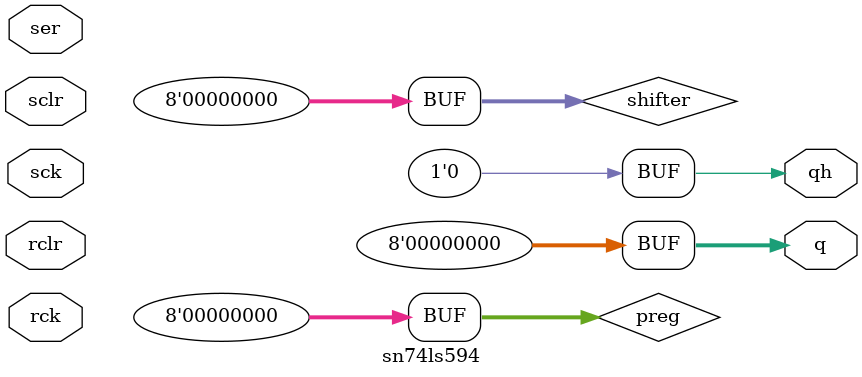
<source format=v>
module sn74ls594(q, qh, rclr, rck, sclr, sck, ser);
input rclr, rck, sclr, sck, ser;
output [7:0] q;
output qh;
reg [7:0] shifter, preg;

parameter
	tPLH_min=0,  tPLH_typ=12,  tPLH_max=18, // rck -> q
	tPHL_min=0,  tPHL_typ=20,  tPHL_max=30,
	tPLHH_min=0, tPLHH_typ=12, tPLHH_max=18, // sck -> qh
	tPHLH_min=0, tPHLH_typ=15, tPHLH_max=23;

initial
begin
	shifter <= 8'bxxxxxxxx;
	preg <= 8'bxxxxxxxx;
end

always @(sclr==0)
begin
	shifter <= 8'b0000000;
end

always @(rclr==0)
begin
	preg <= 8'b0000000;
end

always @(posedge sck)
begin
	if (sclr==1 && sck==1)
		shifter <= { shifter[6:0], ser };
end

always @(posedge rck)
begin
	if (rclr==1 && rck==1)
		preg <= shifter;
end

assign #(tPLH_min:tPLH_typ:tPLH_max, tPHL_min:tPHL_typ:tPHL_max)
	q = preg;
assign #(tPLHH_min:tPLHH_typ:tPLHH_max, tPHLH_min:tPHLH_typ:tPHLH_max)
	qh = shifter[7];

endmodule

</source>
